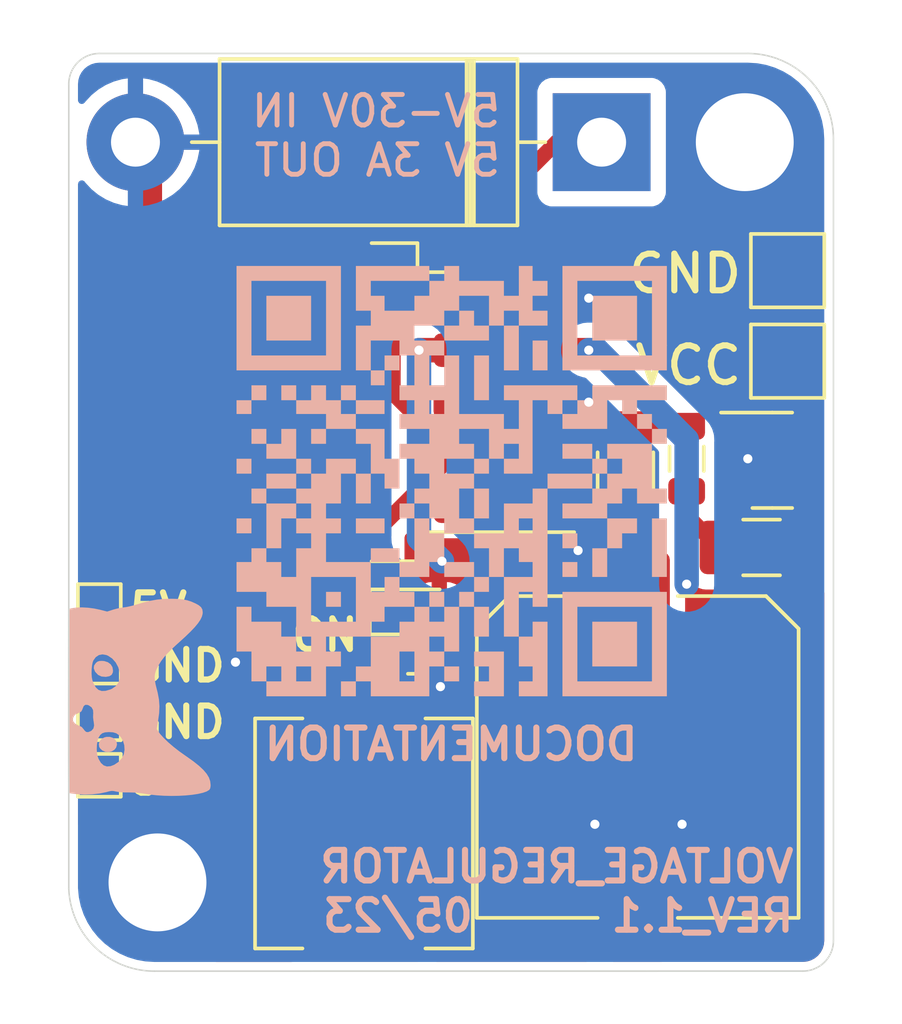
<source format=kicad_pcb>
(kicad_pcb (version 20221018) (generator pcbnew)
  (layers (0 "F.Cu" signal) (31 "B.Cu" signal) (34 "B.Paste" user) (35 "F.Paste" user) (36 "B.SilkS" user "B.Silkscreen") (37 "F.SilkS" user "F.Silkscreen") (38 "B.Mask" user) (39 "F.Mask" user) (44 "Edge.Cuts" user))
  (net 0 "")
  (net 1 "+5V")
  (net 2 "GND")
  (net 3 "Net-(U1-VIN)")
  (net 4 "Net-(D1-K)")
  (net 5 "Net-(D2-K)")
  (net 6 "Net-(Q1-S)")
  (net 7 "Net-(F1-Pad2)")
  (net 8 "VCC")
  (footprint "TestPoint:TestPoint_Pad_1.0x1.0mm" (layer "F.Cu") (at 211 69.9 90)
    (fp_text reference "TP6")
    (fp_text value "GND")
    (pad "1" smd rect (at 0 0 90) (size 1 1) (layers "F.Cu" "F.Mask") (net 2 "GND"))
  )
  (footprint "Fuse:Fuse_1206_3216Metric" (layer "F.Cu") (at 232.65 66.15 180)
    (fp_text reference "F1")
    (fp_text value "250mA")
    (pad "1" smd roundrect (at -1.4 0 180) (size 1.25 1.75) (layers "F.Cu" "F.Paste" "F.Mask") (roundrect_rratio 0.2) (net 6 "Net-(Q1-S)"))
    (pad "2" smd roundrect (at 1.4 0 180) (size 1.25 1.75) (layers "F.Cu" "F.Paste" "F.Mask") (roundrect_rratio 0.2) (net 7 "Net-(F1-Pad2)"))
  )
  (footprint "Inductor_SMD:L_0805_2012Metric" (layer "F.Cu") (at 230.2 63.25 90)
    (fp_text reference "FB1")
    (fp_text value "600 @ 600MHz")
    (pad "1" smd roundrect (at -1.0625 0 90) (size 0.875 1.2) (layers "F.Cu" "F.Paste" "F.Mask") (net 7 "Net-(F1-Pad2)"))
    (pad "2" smd roundrect (at 1.0625 0 90) (size 0.875 1.2) (layers "F.Cu" "F.Paste" "F.Mask") (net 3 "Net-(U1-VIN)"))
  )
  (footprint "Josh Custom:MountingHole_3.2mm_M3_DIN965_Pad" (layer "F.Cu") (at 232.1 52.9)
    (fp_text reference "H1")
    (fp_text value "MountingHole")
    (pad "1" thru_hole circle (at 0 0) (size 5 5) (drill 3.2) (layers "*.Cu" "*.Mask") (net 2 "GND"))
  )
  (footprint "TestPoint:TestPoint_Pad_2.0x2.0mm" (layer "F.Cu") (at 233.5 60.06 -90)
    (fp_text reference "TP1")
    (fp_text value "VCC")
    (pad "1" smd rect (at 0 0 270) (size 2 2) (layers "F.Cu" "F.Mask") (net 8 "VCC"))
  )
  (footprint "TestPoint:TestPoint_Pad_1.0x1.0mm" (layer "F.Cu") (at 211 71.75 90)
    (fp_text reference "TP3")
    (fp_text value "GND")
    (pad "1" smd rect (at 0 0 90) (size 1 1) (layers "F.Cu" "F.Mask") (net 2 "GND"))
  )
  (footprint "Josh Custom:MountingHole_3.2mm_M3_DIN965_Pad" (layer "F.Cu") (at 212.9 77.1)
    (fp_text reference "H3")
    (fp_text value "MountingHole")
    (pad "1" thru_hole circle (at 0 0) (size 5 5) (drill 3.2) (layers "*.Cu" "*.Mask") (net 2 "GND"))
  )
  (footprint "TestPoint:TestPoint_Pad_1.0x1.0mm" (layer "F.Cu") (at 211 68.05 90)
    (fp_text reference "TP4")
    (fp_text value "5V")
    (pad "1" smd rect (at 0 0 90) (size 1 1) (layers "F.Cu" "F.Mask") (net 1 "+5V"))
  )
  (footprint "TestPoint:TestPoint_Pad_2.0x2.0mm" (layer "F.Cu") (at 233.5 57.1 -90)
    (fp_text reference "TP2")
    (fp_text value "VG")
    (pad "1" smd rect (at 0 0 270) (size 2 2) (layers "F.Cu" "F.Mask") (net 2 "GND"))
  )
  (footprint "TestPoint:TestPoint_Pad_1.0x1.0mm" (layer "F.Cu") (at 211 73.6 90)
    (fp_text reference "TP5")
    (fp_text value "5V")
    (pad "1" smd rect (at 0 0 90) (size 1 1) (layers "F.Cu" "F.Mask") (net 1 "+5V"))
  )
  (footprint "LED_SMD:LED_0603_1608Metric" (layer "F.Cu") (at 221.325 68.2575)
    (fp_text reference "D2")
    (fp_text value "LED")
    (pad "1" smd roundrect (at -0.7875 0) (size 0.875 0.95) (layers "F.Cu" "F.Paste" "F.Mask") (net 5 "Net-(D2-K)"))
    (pad "2" smd roundrect (at 0.7875 0) (size 0.875 0.95) (layers "F.Cu" "F.Paste" "F.Mask") (net 1 "+5V"))
  )
  (footprint "Package_TO_SOT_SMD:TO-263-5_TabPin3" (layer "F.Cu") (at 216.575 61.4 180)
    (fp_text reference "U1")
    (fp_text value "LM2576S-5")
    (pad "1" smd roundrect (at -7.65 -3.4 180) (size 4.6 1.1) (layers "F.Cu" "F.Paste" "F.Mask") (roundrect_rratio 0.227273) (net 3 "Net-(U1-VIN)"))
    (pad "2" smd roundrect (at -7.65 -1.7 180) (size 4.6 1.1) (layers "F.Cu" "F.Paste" "F.Mask") (roundrect_rratio 0.227273) (net 4 "Net-(D1-K)"))
    (pad "3" smd roundrect (at -7.65 0 180) (size 4.6 1.1) (layers "F.Cu" "F.Paste" "F.Mask") (roundrect_rratio 0.227273) (net 2 "GND"))
    (pad "3" smd roundrect (at -0.925 -2.775 180) (size 4.55 5.25) (layers "F.Cu" "F.Paste") (roundrect_rratio 0.054945) (net 2 "GND"))
    (pad "3" smd roundrect (at -0.925 2.775 180) (size 4.55 5.25) (layers "F.Cu" "F.Paste") (roundrect_rratio 0.054945) (net 2 "GND"))
    (pad "3" smd roundrect (at 1.5 0 180) (size 9.4 10.8) (layers "F.Cu" "F.Mask") (roundrect_rratio 0.026596) (net 2 "GND"))
    (pad "3" smd roundrect (at 3.925 -2.775 180) (size 4.55 5.25) (layers "F.Cu" "F.Paste") (roundrect_rratio 0.054945) (net 2 "GND"))
    (pad "3" smd roundrect (at 3.925 2.775 180) (size 4.55 5.25) (layers "F.Cu" "F.Paste") (roundrect_rratio 0.054945) (net 2 "GND"))
    (pad "4" smd roundrect (at -7.65 1.7 180) (size 4.6 1.1) (layers "F.Cu" "F.Paste" "F.Mask") (roundrect_rratio 0.227273) (net 1 "+5V"))
    (pad "5" smd roundrect (at -7.65 3.4 180) (size 4.6 1.1) (layers "F.Cu" "F.Paste" "F.Mask") (roundrect_rratio 0.227273) (net 2 "GND"))
  )
  (footprint "Resistor_SMD:R_0603_1608Metric" (layer "F.Cu") (at 221.325 69.7575)
    (fp_text reference "R1")
    (fp_text value "1k")
    (pad "1" smd roundrect (at -0.825 0) (size 0.8 0.95) (layers "F.Cu" "F.Paste" "F.Mask") (net 5 "Net-(D2-K)"))
    (pad "2" smd roundrect (at 0.825 0) (size 0.8 0.95) (layers "F.Cu" "F.Paste" "F.Mask") (net 2 "GND"))
  )
  (footprint "Diode_THT:D_DO-201AD_P15.24mm_Horizontal" (layer "F.Cu") (at 227.42 52.9 180)
    (fp_text reference "D1")
    (fp_text value "1N5822")
    (pad "1" thru_hole rect (at 0 0 180) (size 3.2 3.2) (drill 1.6) (layers "*.Cu" "*.Mask") (net 4 "Net-(D1-K)"))
    (pad "2" thru_hole oval (at 15.24 0 180) (size 3.2 3.2) (drill 1.6) (layers "*.Cu" "*.Mask") (net 2 "GND"))
  )
  (footprint "Capacitor_SMD:C_1206_3216Metric" (layer "F.Cu") (at 228.2 63.75 -90)
    (fp_text reference "C13")
    (fp_text value "100uF")
    (pad "1" smd roundrect (at -1.475 0 270) (size 1.15 1.8) (layers "F.Cu" "F.Paste" "F.Mask") (roundrect_rratio 0.217391) (net 3 "Net-(U1-VIN)"))
    (pad "2" smd roundrect (at 1.475 0 270) (size 1.15 1.8) (layers "F.Cu" "F.Paste" "F.Mask") (roundrect_rratio 0.217391) (net 2 "GND"))
  )
  (footprint "Package_TO_SOT_SMD:SOT-23" (layer "F.Cu") (at 233 63.3)
    (fp_text reference "Q1")
    (fp_text value "AO3401A")
    (pad "1" smd roundrect (at -0.9375 -0.95) (size 1.475 0.6) (layers "F.Cu" "F.Paste" "F.Mask") (net 2 "GND"))
    (pad "2" smd roundrect (at -0.9375 0.95) (size 1.475 0.6) (layers "F.Cu" "F.Paste" "F.Mask") (net 6 "Net-(Q1-S)"))
    (pad "3" smd roundrect (at 0.9375 0) (size 1.475 0.6) (layers "F.Cu" "F.Paste" "F.Mask") (net 8 "VCC"))
  )
  (footprint "Inductor_SMD:L_Sunlord_MWSA0605S" (layer "F.Cu") (at 219.65 75.5 -90)
    (fp_text reference "L1")
    (fp_text value "100uH")
    (pad "1" smd rect (at -3.025 0 270) (size 2.35 3.5) (layers "F.Cu" "F.Paste" "F.Mask") (net 4 "Net-(D1-K)"))
    (pad "2" smd rect (at 3.025 0 270) (size 2.35 3.5) (layers "F.Cu" "F.Paste" "F.Mask") (net 1 "+5V"))
  )
  (footprint "Capacitor_SMD:C_Elec_10x10.2" (layer "F.Cu") (at 228.6 73 -90)
    (fp_text reference "C1")
    (fp_text value "1000uF")
    (pad "1" smd roundrect (at -4.4 0 270) (size 4.6 2.1) (layers "F.Cu" "F.Paste" "F.Mask") (roundrect_rratio 0.119048) (net 1 "+5V"))
    (pad "2" smd roundrect (at 4.4 0 270) (size 4.6 2.1) (layers "F.Cu" "F.Paste" "F.Mask") (roundrect_rratio 0.119048) (net 2 "GND"))
  )
  (footprint "LOGO" (layer "B.Cu") (at 222.5 64 180)
    (fp_text reference "G***")
    (fp_text value "LOGO" hide)
  )
  (footprint "LOGO" (layer "B.Cu") (at 214.974105 71.132904 90)
    (fp_text reference "G***")
    (fp_text value "LOGO" hide)
  )
  (gr_arc (start 210 51) (mid 210.292893 50.292893) (end 211 50) (stroke (width 0.05)) (layer "Edge.Cuts"))
  (gr_arc (start 212.8 80.001785) (mid 210.854515 79.216207) (end 210 77.3) (stroke (width 0.05)) (layer "Edge.Cuts"))
  (gr_line (start 234 80) (end 212.8 80.001785) (stroke (width 0.05)) (layer "Edge.Cuts"))
  (gr_line (start 210 77.3) (end 210 51) (stroke (width 0.05)) (layer "Edge.Cuts"))
  (gr_line (start 235 52.8) (end 235 79) (stroke (width 0.05)) (layer "Edge.Cuts"))
  (gr_arc (start 235 79) (mid 234.707107 79.707107) (end 234 80) (stroke (width 0.05)) (layer "Edge.Cuts"))
  (gr_line (start 211 50) (end 232.2 50) (stroke (width 0.05)) (layer "Edge.Cuts"))
  (gr_arc (start 232.2 50) (mid 234.179899 50.820101) (end 235 52.8) (stroke (width 0.05)) (layer "Edge.Cuts"))
  (gr_text "DOCUMENTATION\n" (at 222.5 72) (layer "B.SilkS") (effects (font (size 1 1) (thickness 0.2) bold) (justify top mirror)))
  (gr_text "5V-30V IN \n5V 3A OUT" (at 224.2 51.3) (layer "B.SilkS") (effects (font (size 1 1) (thickness 0.16)) (justify left top mirror)))
  (gr_text "VOLTAGE_REGULATOR\nREV_1.1      05/23" (at 233.8 76) (layer "B.SilkS") (effects (font (size 1 1) (thickness 0.2) bold) (justify left top mirror)))
  (gr_text "VCC" (at 232.1 60.9) (layer "F.SilkS") (effects (font (size 1.2 1.2) (thickness 0.2) bold) (justify right bottom)))
  (gr_text "GND" (at 211.9 70.6) (layer "F.SilkS") (effects (font (size 1 1) (thickness 0.2) bold) (justify left bottom)))
  (gr_text "5V" (at 211.9 74.3) (layer "F.SilkS") (effects (font (size 1 1) (thickness 0.2) bold) (justify left bottom)))
  (gr_text "GND" (at 211.9 72.45) (layer "F.SilkS") (effects (font (size 1 1) (thickness 0.2) bold) (justify left bottom)))
  (gr_text "GND" (at 232.1 57.9) (layer "F.SilkS") (effects (font (size 1.2 1.2) (thickness 0.2) bold) (justify right bottom)))
  (gr_text "5V" (at 211.9 68.75) (layer "F.SilkS") (effects (font (size 1 1) (thickness 0.2) bold) (justify left bottom)))
  (gr_text "ON" (at 217.2 69.6) (layer "F.SilkS") (effects (font (size 1 1) (thickness 0.2) bold) (justify left bottom)))
  (segment (start 224.225 59.7) (end 227 59.7) (width 0.8) (layer "F.Cu") (net 1))
  (segment (start 224.225 59.7) (end 221.45 59.7) (width 0.8) (layer "F.Cu") (net 1))
  (via (at 222.2 66.6) (size 0.6) (drill 0.3) (layers "F.Cu" "B.Cu") (net 1))
  (via (at 221.45 59.7) (size 0.6) (drill 0.3) (layers "F.Cu" "B.Cu") (net 1))
  (via (at 230.2 67.35) (size 0.6) (drill 0.3) (layers "F.Cu" "B.Cu") (net 1))
  (via (at 227 59.7) (size 0.6) (drill 0.3) (layers "F.Cu" "B.Cu") (net 1))
  (segment (start 227 59.7) (end 227.272793 59.7) (width 0.8) (layer "B.Cu") (net 1))
  (segment (start 221.45 65.85) (end 222.2 66.6) (width 0.8) (layer "B.Cu") (net 1))
  (segment (start 221.45 59.7) (end 221.45 65.85) (width 0.8) (layer "B.Cu") (net 1))
  (segment (start 230.2 62.627207) (end 230.2 67.35) (width 0.8) (layer "B.Cu") (net 1))
  (segment (start 227.272793 59.7) (end 230.2 62.627207) (width 0.8) (layer "B.Cu") (net 1))
  (segment (start 227.675 65.225) (end 226.65 66.25) (width 0.5) (layer "F.Cu") (net 2))
  (segment (start 228.6 77.4) (end 228.6 76.65) (width 0.5) (layer "F.Cu") (net 2))
  (segment (start 228.6 77.4) (end 228.6 76.6) (width 0.5) (layer "F.Cu") (net 2))
  (segment (start 228.6 76.6) (end 227.2 75.2) (width 0.5) (layer "F.Cu") (net 2))
  (segment (start 212.65 58.625) (end 212.65 53.37) (width 0.8) (layer "F.Cu") (net 2))
  (segment (start 227 61.4) (end 224.225 61.4) (width 0.5) (layer "F.Cu") (net 2))
  (segment (start 212.65 53.37) (end 212.18 52.9) (width 0.8) (layer "F.Cu") (net 2))
  (segment (start 232.1625 62.35) (end 232.1625 63.2125) (width 0.5) (layer "F.Cu") (net 2))
  (segment (start 213.6 71.75) (end 211 71.75) (width 0.8) (layer "F.Cu") (net 2))
  (segment (start 228.6 76.65) (end 230.05 75.2) (width 0.5) (layer "F.Cu") (net 2))
  (segment (start 222.15 69.7575) (end 222.15 70.7) (width 0.5) (layer "F.Cu") (net 2))
  (segment (start 224.225 58) (end 227 58) (width 0.5) (layer "F.Cu") (net 2))
  (segment (start 232.1625 63.2125) (end 232.2 63.25) (width 0.5) (layer "F.Cu") (net 2))
  (segment (start 211 69.9) (end 215.45 69.9) (width 0.8) (layer "F.Cu") (net 2))
  (segment (start 228.2 65.225) (end 227.675 65.225) (width 0.5) (layer "F.Cu") (net 2))
  (segment (start 233.5 54.3) (end 232.1 52.9) (width 0.8) (layer "F.Cu") (net 2))
  (segment (start 215.45 69.9) (end 213.6 71.75) (width 0.8) (layer "F.Cu") (net 2))
  (segment (start 233.5 57.1) (end 233.5 54.3) (width 0.8) (layer "F.Cu") (net 2))
  (via (at 227 61.4) (size 0.6) (drill 0.3) (layers "F.Cu" "B.Cu") (net 2))
  (via (at 222.15 70.7) (size 0.6) (drill 0.3) (layers "F.Cu" "B.Cu") (net 2))
  (via (at 227 58) (size 0.6) (drill 0.3) (layers "F.Cu" "B.Cu") (net 2))
  (via (at 226.65 66.25) (size 0.6) (drill 0.3) (layers "F.Cu" "B.Cu") (net 2))
  (via (at 232.2 63.25) (size 0.6) (drill 0.3) (layers "F.Cu" "B.Cu") (net 2))
  (via (at 227.2 75.2) (size 0.6) (drill 0.3) (layers "F.Cu" "B.Cu") (net 2))
  (via (at 230.05 75.2) (size 0.6) (drill 0.3) (layers "F.Cu" "B.Cu") (net 2))
  (via (at 215.45 69.9) (size 0.6) (drill 0.3) (layers "F.Cu" "B.Cu") (net 2))
  (segment (start 228.2 62.275) (end 230.1125 62.275) (width 0.5) (layer "F.Cu") (net 3))
  (segment (start 230.1125 62.275) (end 230.2 62.1875) (width 0.5) (layer "F.Cu") (net 3))
  (segment (start 225.864949 64.8) (end 224.225 64.8) (width 0.5) (layer "F.Cu") (net 3))
  (segment (start 228.2 62.464949) (end 225.864949 64.8) (width 0.5) (layer "F.Cu") (net 3))
  (segment (start 228.2 62.275) (end 228.2 62.464949) (width 0.5) (layer "F.Cu") (net 3))
  (segment (start 225.95 52.9) (end 227.42 52.9) (width 0.5) (layer "F.Cu") (net 4))
  (segment (start 220.225 67.149245) (end 219.65 67.724245) (width 0.5) (layer "F.Cu") (net 4))
  (segment (start 222.585051 63.1) (end 220.6 61.114949) (width 0.5) (layer "F.Cu") (net 4))
  (segment (start 220.6 58.25) (end 225.95 52.9) (width 0.5) (layer "F.Cu") (net 4))
  (segment (start 222.585051 63.1) (end 220.225 65.460051) (width 0.5) (layer "F.Cu") (net 4))
  (segment (start 219.65 67.724245) (end 219.65 72.475) (width 0.5) (layer "F.Cu") (net 4))
  (segment (start 220.6 61.114949) (end 220.6 58.25) (width 0.5) (layer "F.Cu") (net 4))
  (segment (start 220.225 65.460051) (end 220.225 67.149245) (width 0.5) (layer "F.Cu") (net 4))
  (segment (start 224.225 63.1) (end 222.585051 63.1) (width 0.5) (layer "F.Cu") (net 4))
  (segment (start 220.5 69.7575) (end 220.5 68.295) (width 0.5) (layer "F.Cu") (net 5))
  (segment (start 232.15 64.25) (end 234.05 66.15) (width 0.5) (layer "F.Cu") (net 6))
  (segment (start 232.0625 64.25) (end 232.15 64.25) (width 0.5) (layer "F.Cu") (net 6))
  (segment (start 230.2 65.1) (end 231.25 66.15) (width 0.5) (layer "F.Cu") (net 7))
  (segment (start 230.2 64.3125) (end 230.2 65.1) (width 0.5) (layer "F.Cu") (net 7))
  (segment (start 233.5 60.06) (end 233.5 62.8625) (width 0.8) (layer "F.Cu") (net 8))
  (segment (start 233.5 62.8625) (end 233.9375 63.3) (width 0.8) (layer "F.Cu") (net 8))
  (zone (net 1) (net_name "+5V") (layer "F.Cu") (priority 1) (connect_pads (clearance 0.5)) (min_thickness 0.25) (fill yes (thermal_gap 0.5) (thermal_bridge_width 0.5))
    (polygon (pts (xy 209 62.2) (xy 236 62.2) (xy 236 81) (xy 209 81)))
  )
  (zone (net 2) (net_name "GND") (layer "B.Cu") (connect_pads (clearance 0.5)) (min_thickness 0.25) (fill yes (thermal_gap 0.5) (thermal_bridge_width 0.5))
    (polygon (pts (xy 209 49) (xy 236 49) (xy 236 81) (xy 209 81)))
  )
)
</source>
